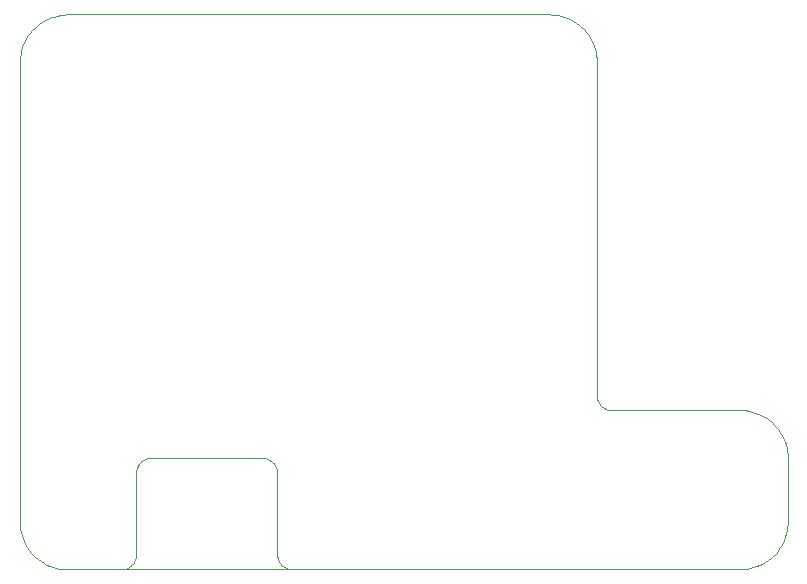
<source format=gbr>
%FSTAX23Y23*%
%MOIN*%
%SFA1B1*%

%IPPOS*%
%ADD114C,0.003937*%
%ADD115C,0.001000*%
%LNpcb_power_measurement_keep-out-1*%
%LPD*%
G54D114*
X04697Y01711D02*
D01*
X04707Y01711*
X04718Y01712*
X04729Y01714*
X0474Y01717*
X0475Y0172*
X04761Y01724*
X0477Y01729*
X0478Y01734*
X04789Y01741*
X04798Y01747*
X04806Y01755*
X04814Y01763*
X04821Y01771*
X04827Y0178*
X04833Y01789*
X04838Y01799*
X04843Y01809*
X04846Y01819*
X04849Y0183*
X04852Y01841*
X04853Y01852*
X04854Y01862*
X04854Y01868*
Y02083D02*
D01*
X04854Y02094*
X04852Y02105*
X04851Y02116*
X04848Y02126*
X04844Y02137*
X0484Y02147*
X04836Y02157*
X0483Y02166*
X04824Y02176*
X04817Y02184*
X0481Y02192*
X04802Y022*
X04793Y02207*
X04785Y02214*
X04775Y02219*
X04766Y02225*
X04755Y02229*
X04745Y02233*
X04735Y02236*
X04724Y02238*
X04713Y0224*
X04702Y0224*
X04697Y02241*
X04219Y03402D02*
D01*
X04218Y03413*
X04217Y03424*
X04215Y03435*
X04212Y03445*
X04209Y03456*
X04205Y03466*
X042Y03476*
X04195Y03485*
X04188Y03495*
X04182Y03503*
X04174Y03511*
X04166Y03519*
X04158Y03526*
X04149Y03533*
X0414Y03538*
X0413Y03544*
X0412Y03548*
X0411Y03552*
X04099Y03555*
X04088Y03557*
X04077Y03559*
X04067Y03559*
X04061Y0356*
X02453D02*
D01*
X02442Y03559*
X02431Y03558*
X0242Y03556*
X0241Y03553*
X02399Y0355*
X02389Y03546*
X02379Y03541*
X0237Y03536*
X0236Y03529*
X02352Y03523*
X02344Y03515*
X02336Y03507*
X02329Y03499*
X02322Y0349*
X02317Y03481*
X02311Y03471*
X02307Y03461*
X02303Y03451*
X023Y0344*
X02298Y03429*
X02296Y03418*
X02296Y03408*
X02296Y03402*
X02295Y01868D02*
D01*
X02295Y01857*
X02297Y01846*
X02298Y01835*
X02301Y01824*
X02305Y01814*
X02309Y01804*
X02313Y01794*
X02319Y01784*
X02325Y01775*
X02332Y01766*
X02339Y01758*
X02347Y01751*
X02356Y01744*
X02364Y01737*
X02374Y01731*
X02383Y01726*
X02394Y01722*
X02404Y01718*
X02414Y01715*
X02425Y01713*
X02436Y01711*
X02447Y0171*
X02453Y0171*
X04219Y02291D02*
D01*
X04219Y02287*
X04219Y02284*
X0422Y0228*
X0422Y02277*
X04222Y02273*
X04223Y0227*
X04224Y02267*
X04226Y02264*
X04228Y02261*
X0423Y02258*
X04233Y02256*
X04235Y02253*
X04238Y02251*
X04241Y02249*
X04244Y02247*
X04247Y02246*
X0425Y02244*
X04253Y02243*
X04256Y02242*
X0426Y02241*
X04263Y02241*
X04267Y02241*
X04269Y02241*
X02296Y01868D02*
Y03402D01*
X02453Y0356D02*
X04061D01*
X02453Y0171D02*
X04696D01*
X04854Y01868D02*
Y02083D01*
X04219Y02291D02*
Y03402D01*
X04269Y02241D02*
X04697D01*
G54D115*
X02633Y0171D02*
D01*
X02636Y0171*
X02639Y01711*
X02643Y01711*
X02646Y01712*
X0265Y01713*
X02653Y01714*
X02656Y01716*
X02659Y01718*
X02662Y0172*
X02665Y01722*
X02667Y01724*
X0267Y01727*
X02672Y01729*
X02674Y01732*
X02676Y01735*
X02677Y01738*
X02679Y01741*
X0268Y01745*
X02681Y01748*
X02682Y01751*
X02682Y01755*
X02682Y01758*
X02683Y0176*
X02733Y02082D02*
D01*
X02729Y02081*
X02726Y02081*
X02722Y0208*
X02719Y0208*
X02715Y02078*
X02712Y02077*
X02709Y02076*
X02706Y02074*
X02703Y02072*
X027Y0207*
X02698Y02067*
X02695Y02065*
X02693Y02062*
X02691Y02059*
X02689Y02057*
X02688Y02053*
X02686Y0205*
X02685Y02047*
X02684Y02044*
X02683Y0204*
X02683Y02037*
X02683Y02033*
X02683Y02032*
X03153Y0176D02*
D01*
X03153Y01757*
X03153Y01753*
X03154Y0175*
X03154Y01746*
X03156Y01743*
X03157Y0174*
X03158Y01737*
X0316Y01734*
X03162Y01731*
X03164Y01728*
X03167Y01725*
X03169Y01723*
X03172Y01721*
X03175Y01719*
X03178Y01717*
X03181Y01715*
X03184Y01714*
X03187Y01713*
X0319Y01712*
X03194Y01711*
X03197Y0171*
X03201Y0171*
X03203Y0171*
X03153Y02032D02*
D01*
X03152Y02035*
X03152Y02038*
X03151Y02042*
X03151Y02045*
X03149Y02049*
X03148Y02052*
X03147Y02055*
X03145Y02058*
X03143Y02061*
X03141Y02064*
X03138Y02066*
X03136Y02069*
X03133Y02071*
X0313Y02073*
X03128Y02075*
X03124Y02076*
X03121Y02078*
X03118Y02079*
X03115Y0208*
X03111Y02081*
X03108Y02081*
X03104Y02081*
X03103Y02082*
X02683Y0176D02*
Y02032D01*
X03153Y0176D02*
Y02032D01*
X02733Y02082D02*
X03103D01*
M02*
</source>
